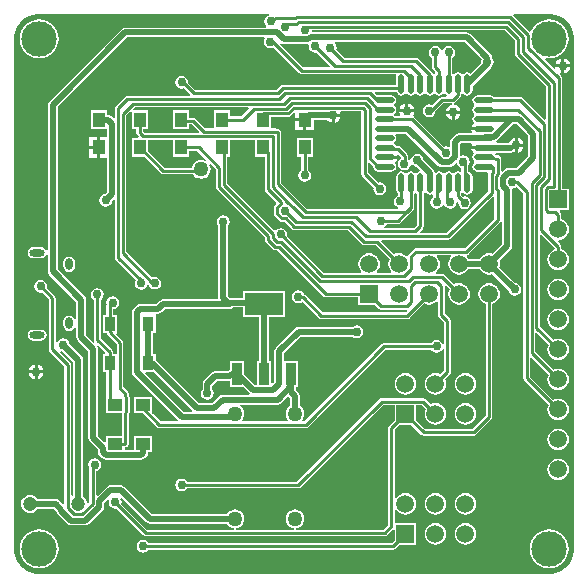
<source format=gbl>
G04 Layer_Physical_Order=2*
G04 Layer_Color=16711680*
%FSLAX24Y24*%
%MOIN*%
G70*
G01*
G75*
%ADD10R,0.0512X0.0413*%
%ADD16C,0.0100*%
%ADD17C,0.0200*%
%ADD18C,0.0472*%
%ADD19R,0.0591X0.0591*%
%ADD20C,0.0591*%
%ADD21C,0.1181*%
%ADD22C,0.0500*%
%ADD23R,0.0591X0.0591*%
G04:AMPARAMS|DCode=24|XSize=23.6mil|YSize=51.2mil|CornerRadius=11.8mil|HoleSize=0mil|Usage=FLASHONLY|Rotation=270.000|XOffset=0mil|YOffset=0mil|HoleType=Round|Shape=RoundedRectangle|*
%AMROUNDEDRECTD24*
21,1,0.0236,0.0276,0,0,270.0*
21,1,0.0000,0.0512,0,0,270.0*
1,1,0.0236,-0.0138,0.0000*
1,1,0.0236,-0.0138,0.0000*
1,1,0.0236,0.0138,0.0000*
1,1,0.0236,0.0138,0.0000*
%
%ADD24ROUNDEDRECTD24*%
G04:AMPARAMS|DCode=25|XSize=27.6mil|YSize=39.4mil|CornerRadius=13.8mil|HoleSize=0mil|Usage=FLASHONLY|Rotation=0.000|XOffset=0mil|YOffset=0mil|HoleType=Round|Shape=RoundedRectangle|*
%AMROUNDEDRECTD25*
21,1,0.0276,0.0118,0,0,0.0*
21,1,0.0000,0.0394,0,0,0.0*
1,1,0.0276,0.0000,-0.0059*
1,1,0.0276,0.0000,-0.0059*
1,1,0.0276,0.0000,0.0059*
1,1,0.0276,0.0000,0.0059*
%
%ADD25ROUNDEDRECTD25*%
%ADD26C,0.0300*%
%ADD27R,0.0358X0.0480*%
%ADD28R,0.0413X0.0512*%
%ADD29R,0.1260X0.0748*%
%ADD30R,0.0354X0.0748*%
%ADD31O,0.0217X0.0650*%
%ADD32O,0.0650X0.0217*%
G36*
X14306Y13775D02*
X14359Y13739D01*
X14422Y13727D01*
X14678D01*
X14741Y13739D01*
X14794Y13775D01*
X14882Y13863D01*
X14936Y13847D01*
X14942Y13818D01*
X14989Y13749D01*
X15058Y13702D01*
X15068Y13700D01*
Y13596D01*
X15018Y13570D01*
X14962Y13581D01*
X14897Y13568D01*
X14841Y13531D01*
X14830Y13514D01*
X14780D01*
X14769Y13531D01*
X14713Y13568D01*
X14647Y13581D01*
X14582Y13568D01*
X14526Y13531D01*
X14515Y13514D01*
X14465D01*
X14454Y13531D01*
X14398Y13568D01*
X14332Y13581D01*
X14267Y13568D01*
X14229Y13543D01*
X14178Y13559D01*
X14175Y13562D01*
X14168Y13595D01*
X14133Y13648D01*
X13810Y13971D01*
X13798Y14032D01*
X13751Y14101D01*
X13682Y14148D01*
X13600Y14164D01*
X13518Y14148D01*
X13449Y14101D01*
X13402Y14032D01*
X13392Y13982D01*
X13343Y13968D01*
X13312Y13996D01*
Y14088D01*
X13312Y14088D01*
X13304Y14131D01*
X13279Y14167D01*
X13279Y14167D01*
X13052Y14394D01*
X13016Y14418D01*
X12973Y14427D01*
X12973Y14427D01*
X12899D01*
X12896Y14440D01*
X12859Y14495D01*
X12842Y14506D01*
Y14556D01*
X12859Y14568D01*
X12896Y14623D01*
X12909Y14689D01*
X12896Y14755D01*
X12872Y14791D01*
X12897Y14841D01*
X13240D01*
X14306Y13775D01*
D02*
G37*
G36*
X15429Y14476D02*
X15416Y14455D01*
X15409Y14424D01*
X15828D01*
Y14324D01*
X15409D01*
X15416Y14293D01*
X15462Y14224D01*
X15491Y14205D01*
Y14180D01*
X15453Y14125D01*
X15440Y14059D01*
X15453Y13993D01*
X15491Y13938D01*
X15507Y13927D01*
Y13877D01*
X15491Y13865D01*
X15453Y13810D01*
X15440Y13744D01*
X15453Y13678D01*
X15491Y13623D01*
X15546Y13586D01*
X15612Y13573D01*
X15938D01*
X15944Y13569D01*
X15975Y13523D01*
X15971Y13504D01*
X15971Y13504D01*
Y12915D01*
X14589Y11532D01*
X13709D01*
X13689Y11578D01*
X13782Y11671D01*
X13782Y11671D01*
X13806Y11707D01*
X13815Y11750D01*
Y12849D01*
X13824Y12855D01*
X13835Y12872D01*
X13885D01*
X13896Y12855D01*
X13952Y12818D01*
X14017Y12805D01*
X14083Y12818D01*
X14094Y12825D01*
X14138Y12801D01*
Y12728D01*
X14099Y12701D01*
X14052Y12632D01*
X14036Y12550D01*
X14052Y12468D01*
X14099Y12399D01*
X14168Y12352D01*
X14250Y12336D01*
X14332Y12352D01*
X14401Y12399D01*
X14448Y12468D01*
X14450Y12477D01*
X14500D01*
X14502Y12468D01*
X14549Y12399D01*
X14618Y12352D01*
X14700Y12336D01*
X14782Y12352D01*
X14851Y12399D01*
X14898Y12468D01*
X14912Y12540D01*
X14942Y12559D01*
X14962Y12566D01*
X14970Y12560D01*
X14966Y12540D01*
X14982Y12458D01*
X15029Y12389D01*
X15098Y12342D01*
X15180Y12326D01*
X15262Y12342D01*
X15331Y12389D01*
X15378Y12458D01*
X15394Y12540D01*
X15378Y12622D01*
X15331Y12691D01*
X15262Y12738D01*
X15180Y12754D01*
X15134Y12745D01*
X15076Y12802D01*
X15079Y12852D01*
X15084Y12855D01*
X15095Y12872D01*
X15145D01*
X15156Y12855D01*
X15212Y12818D01*
X15277Y12805D01*
X15343Y12818D01*
X15399Y12855D01*
X15436Y12911D01*
X15449Y12976D01*
Y13409D01*
X15436Y13475D01*
X15399Y13531D01*
X15343Y13568D01*
X15293Y13578D01*
Y13751D01*
X15338Y13818D01*
X15354Y13900D01*
X15338Y13982D01*
X15291Y14051D01*
X15222Y14098D01*
X15140Y14114D01*
X15073Y14101D01*
X15023Y14130D01*
Y14492D01*
X15057Y14526D01*
X15403D01*
X15429Y14476D01*
D02*
G37*
G36*
X13564Y12857D02*
X13590Y12830D01*
Y11796D01*
X13486Y11692D01*
X12492D01*
X12487Y11742D01*
X12487Y11742D01*
X12556Y11789D01*
X12583Y11828D01*
X12950D01*
X12950Y11828D01*
X12993Y11836D01*
X13029Y11861D01*
X13283Y12114D01*
X13293Y12116D01*
X13329Y12141D01*
X13479Y12291D01*
X13504Y12327D01*
X13512Y12370D01*
X13512Y12370D01*
Y12841D01*
X13558Y12857D01*
X13564Y12857D01*
D02*
G37*
G36*
X11741Y15593D02*
Y13856D01*
X11740Y13850D01*
X11740Y13850D01*
Y13505D01*
X11740Y13505D01*
X11749Y13462D01*
X11773Y13425D01*
X12154Y13045D01*
X12144Y12998D01*
X12161Y12916D01*
X12207Y12847D01*
X12276Y12801D01*
X12358Y12784D01*
X12440Y12801D01*
X12510Y12847D01*
X12556Y12916D01*
X12573Y12998D01*
X12556Y13080D01*
X12510Y13150D01*
X12440Y13196D01*
X12358Y13213D01*
X12312Y13203D01*
X11964Y13551D01*
Y13846D01*
X11966Y13851D01*
X11966Y13851D01*
Y13860D01*
X12012Y13880D01*
X12136Y13756D01*
X12133Y13744D01*
X12146Y13678D01*
X12183Y13623D01*
X12239Y13586D01*
X12305Y13573D01*
X12738D01*
X12804Y13586D01*
X12859Y13623D01*
X12896Y13678D01*
X12909Y13744D01*
X12896Y13810D01*
X12859Y13865D01*
Y13890D01*
X12888Y13909D01*
X12934Y13978D01*
X12940Y14009D01*
X12521D01*
Y14109D01*
X12940D01*
X12938Y14121D01*
X12984Y14145D01*
X13060Y14069D01*
X13054Y14005D01*
X13019Y13981D01*
X12972Y13912D01*
X12956Y13830D01*
X12972Y13748D01*
X13019Y13679D01*
X13088Y13632D01*
X13170Y13616D01*
X13252Y13632D01*
X13321Y13679D01*
X13368Y13748D01*
X13380Y13811D01*
X13433Y13822D01*
X13449Y13799D01*
X13518Y13752D01*
X13579Y13740D01*
X13690Y13629D01*
X13673Y13575D01*
X13637Y13568D01*
X13581Y13531D01*
X13570Y13514D01*
X13520D01*
X13509Y13531D01*
X13453Y13568D01*
X13387Y13581D01*
X13322Y13568D01*
X13266Y13531D01*
X13255Y13514D01*
X13205D01*
X13194Y13531D01*
X13138Y13568D01*
X13073Y13581D01*
X13007Y13568D01*
X12951Y13531D01*
X12914Y13475D01*
X12901Y13409D01*
Y12976D01*
X12914Y12911D01*
X12951Y12855D01*
X12960Y12849D01*
Y12778D01*
X12958Y12778D01*
X12889Y12731D01*
X12842Y12662D01*
X12826Y12580D01*
X12842Y12498D01*
X12889Y12429D01*
X12958Y12382D01*
X12958Y12382D01*
X12953Y12332D01*
X9926D01*
X9065Y13194D01*
Y14897D01*
X9056Y14940D01*
X9032Y14976D01*
X8996Y15001D01*
X8953Y15009D01*
X8895D01*
X8889Y15013D01*
X8846Y15022D01*
X8846Y15022D01*
X8743D01*
Y15403D01*
X9285D01*
X9285Y15403D01*
X9328Y15411D01*
X9365Y15436D01*
X9493Y15564D01*
X9543Y15544D01*
Y15359D01*
X9850D01*
Y15309D01*
X9900D01*
Y14953D01*
X10157D01*
Y15287D01*
X10608D01*
X10620Y15270D01*
X10702Y15215D01*
X10750Y15205D01*
Y15450D01*
X10800D01*
Y15500D01*
X11045D01*
X11035Y15548D01*
X11031Y15554D01*
X11055Y15598D01*
X11736D01*
X11741Y15593D01*
D02*
G37*
G36*
X17307Y14768D02*
Y14088D01*
X16915Y13695D01*
X16635D01*
X16572Y13683D01*
X16519Y13647D01*
X16448Y13576D01*
X16402Y13596D01*
Y14009D01*
X16399Y14025D01*
X16398Y14041D01*
X16395Y14046D01*
X16394Y14052D01*
X16385Y14065D01*
X16377Y14079D01*
X16373Y14083D01*
X16369Y14088D01*
X16356Y14097D01*
X16344Y14107D01*
X16338Y14109D01*
X16333Y14113D01*
X16317Y14116D01*
X16302Y14121D01*
X16214Y14130D01*
X16194Y14165D01*
X16218Y14211D01*
X16724D01*
X16786Y14223D01*
X16788Y14224D01*
X16802Y14215D01*
X16850Y14205D01*
Y14450D01*
Y14695D01*
X16802Y14685D01*
X16720Y14630D01*
X16665Y14548D01*
X16662Y14537D01*
X16250D01*
X16221Y14583D01*
X16222Y14587D01*
X16271Y14620D01*
X16807Y15156D01*
X16919D01*
X17307Y14768D01*
D02*
G37*
G36*
X5461Y14068D02*
X5995D01*
Y14272D01*
X6270D01*
X6574Y13968D01*
X6545Y13925D01*
X6481Y13952D01*
X6400Y13963D01*
X6319Y13952D01*
X6244Y13921D01*
X6179Y13871D01*
X6129Y13806D01*
X6098Y13731D01*
X6096Y13712D01*
X5184D01*
X4621Y14276D01*
Y14638D01*
X5461D01*
Y14068D01*
D02*
G37*
G36*
X16178Y12734D02*
Y12009D01*
X15191Y11022D01*
X13565D01*
X13565Y11022D01*
X13522Y11014D01*
X13486Y10989D01*
X13486Y10989D01*
X13326Y10829D01*
X13302Y10793D01*
X13298Y10777D01*
X13279Y10767D01*
X13244Y10760D01*
X13179Y10810D01*
X13093Y10846D01*
X13000Y10858D01*
X12907Y10846D01*
X12840Y10818D01*
X12397Y11262D01*
X12416Y11308D01*
X14635D01*
X14635Y11308D01*
X14678Y11316D01*
X14714Y11341D01*
X16128Y12754D01*
X16178Y12734D01*
D02*
G37*
G36*
X6106Y5613D02*
X6085Y5563D01*
X5818D01*
X4532Y6849D01*
X4551Y6895D01*
X4824D01*
X6106Y5613D01*
D02*
G37*
G36*
X9364Y6032D02*
Y5766D01*
X9306Y5721D01*
X9257Y5656D01*
X9226Y5581D01*
X9215Y5500D01*
X9226Y5419D01*
X9257Y5344D01*
X9289Y5302D01*
X9264Y5252D01*
X7791D01*
X7766Y5302D01*
X7798Y5344D01*
X7830Y5419D01*
X7840Y5500D01*
X7830Y5581D01*
X7798Y5656D01*
X7749Y5721D01*
X7695Y5762D01*
X7708Y5812D01*
X7708Y5812D01*
X8955D01*
X9018Y5825D01*
X9071Y5860D01*
X9304Y6093D01*
X9364Y6032D01*
D02*
G37*
G36*
X3202Y7546D02*
X3181Y7496D01*
X3117D01*
Y6895D01*
X3244D01*
Y6067D01*
X3221D01*
Y5533D01*
X3751D01*
X3763Y5519D01*
X3763Y5519D01*
Y4767D01*
X3221D01*
Y4575D01*
X3175Y4555D01*
X2963Y4768D01*
Y7650D01*
X2951Y7712D01*
X2923Y7754D01*
X2962Y7786D01*
X3202Y7546D01*
D02*
G37*
G36*
X16437Y11900D02*
Y11168D01*
X16109Y10839D01*
X16093Y10846D01*
X16000Y10858D01*
X15907Y10846D01*
X15821Y10810D01*
X15747Y10753D01*
X15690Y10679D01*
X15683Y10663D01*
X15317D01*
X15310Y10679D01*
X15256Y10750D01*
X15257Y10765D01*
X15269Y10804D01*
X15280Y10806D01*
X15317Y10831D01*
X16369Y11883D01*
X16369Y11883D01*
X16387Y11910D01*
X16437Y11900D01*
D02*
G37*
G36*
X8209Y14068D02*
X8521D01*
Y12982D01*
X8521Y12982D01*
X8529Y12939D01*
X8553Y12903D01*
X8903Y12554D01*
Y12504D01*
X8861Y12462D01*
X8836Y12426D01*
X8828Y12383D01*
X8828Y12383D01*
Y12167D01*
X8828Y12167D01*
X8836Y12124D01*
X8861Y12088D01*
X9013Y11936D01*
X9013Y11936D01*
X9049Y11911D01*
X9092Y11903D01*
X9092Y11903D01*
X9187D01*
X9430Y11661D01*
X9430Y11661D01*
X9466Y11636D01*
X9509Y11628D01*
X9509Y11628D01*
X11292D01*
X11756Y11165D01*
X11756Y11165D01*
X11792Y11140D01*
X11835Y11132D01*
X12210D01*
X12682Y10660D01*
X12654Y10593D01*
X12642Y10500D01*
X12654Y10407D01*
X12690Y10321D01*
X12739Y10257D01*
X12723Y10207D01*
X12277D01*
X12261Y10257D01*
X12310Y10321D01*
X12346Y10407D01*
X12358Y10500D01*
X12346Y10593D01*
X12310Y10679D01*
X12253Y10753D01*
X12179Y10810D01*
X12093Y10846D01*
X12000Y10858D01*
X11907Y10846D01*
X11821Y10810D01*
X11747Y10753D01*
X11690Y10679D01*
X11654Y10593D01*
X11642Y10500D01*
X11654Y10407D01*
X11690Y10321D01*
X11739Y10257D01*
X11723Y10207D01*
X10482D01*
X9255Y11434D01*
X9264Y11480D01*
X9248Y11562D01*
X9201Y11631D01*
X9132Y11678D01*
X9050Y11694D01*
X8968Y11678D01*
X8899Y11631D01*
X8890Y11619D01*
X8841Y11614D01*
X7272Y13183D01*
Y14068D01*
X7369D01*
Y14638D01*
X8209D01*
Y14068D01*
D02*
G37*
G36*
X7810Y8727D02*
X8337D01*
Y7273D01*
X8263D01*
Y6468D01*
X8196D01*
X7832Y6832D01*
Y7273D01*
X7357D01*
Y6974D01*
X7328Y6954D01*
X7287Y6913D01*
X6850D01*
X6788Y6901D01*
X6735Y6865D01*
X6495Y6625D01*
X6459Y6572D01*
X6447Y6510D01*
Y6324D01*
X6412Y6272D01*
X6396Y6190D01*
X6412Y6108D01*
X6459Y6039D01*
X6528Y5992D01*
X6610Y5976D01*
X6692Y5992D01*
X6761Y6039D01*
X6808Y6108D01*
X6824Y6190D01*
X6808Y6272D01*
X6773Y6324D01*
Y6442D01*
X6918Y6587D01*
X7354D01*
X7357Y6585D01*
Y6405D01*
X7798D01*
X8013Y6189D01*
X8014Y6189D01*
X7999Y6139D01*
X7118D01*
X7055Y6126D01*
X7003Y6091D01*
X6775Y5863D01*
X6318D01*
X4883Y7298D01*
Y7496D01*
X4807D01*
Y8195D01*
X4883D01*
Y8796D01*
X4904Y8837D01*
X4970D01*
X5032Y8849D01*
X5085Y8885D01*
X5199Y8998D01*
X7354D01*
X7416Y9011D01*
X7469Y9046D01*
X7470Y9048D01*
X7810D01*
Y8727D01*
D02*
G37*
G36*
X7993Y15677D02*
X7738Y15421D01*
X7369D01*
Y15625D01*
X6835D01*
Y15022D01*
X6532D01*
X6214Y15339D01*
X6178Y15364D01*
X6135Y15372D01*
X6135Y15372D01*
X5995D01*
Y15625D01*
X5461D01*
Y14993D01*
X5995D01*
Y15148D01*
X6089D01*
X6328Y14908D01*
X6309Y14862D01*
X4526D01*
X4466Y14921D01*
Y14993D01*
X4621D01*
Y15625D01*
X4154D01*
X4135Y15671D01*
X4186Y15723D01*
X7974D01*
X7993Y15677D01*
D02*
G37*
G36*
X9095Y17839D02*
X9157Y17827D01*
X9950D01*
X9992Y17783D01*
X9986Y17750D01*
X10002Y17668D01*
X10049Y17599D01*
X10118Y17552D01*
X10200Y17536D01*
X10246Y17545D01*
X10698Y17093D01*
X10679Y17047D01*
X9803D01*
X9023Y17827D01*
X9055Y17866D01*
X9095Y17839D01*
D02*
G37*
G36*
X18078Y18833D02*
X18243Y18800D01*
X18394Y18737D01*
X18530Y18646D01*
X18646Y18530D01*
X18737Y18394D01*
X18800Y18243D01*
X18833Y18078D01*
X18837Y17996D01*
Y1004D01*
X18833Y922D01*
X18800Y757D01*
X18737Y606D01*
X18646Y470D01*
X18530Y354D01*
X18394Y263D01*
X18243Y200D01*
X18078Y167D01*
X17996Y163D01*
X1004D01*
X922Y167D01*
X757Y200D01*
X606Y263D01*
X470Y354D01*
X354Y470D01*
X263Y606D01*
X200Y757D01*
X167Y922D01*
X163Y1004D01*
Y17996D01*
X167Y18078D01*
X200Y18243D01*
X263Y18394D01*
X354Y18530D01*
X470Y18646D01*
X606Y18737D01*
X757Y18800D01*
X922Y18833D01*
X1004Y18837D01*
X8679D01*
X8684Y18787D01*
X8638Y18778D01*
X8569Y18731D01*
X8522Y18662D01*
X8506Y18580D01*
X8522Y18498D01*
X8569Y18429D01*
X8569Y18428D01*
X8554Y18378D01*
X3875D01*
X3812Y18366D01*
X3760Y18330D01*
X1335Y15905D01*
X1299Y15852D01*
X1287Y15790D01*
Y10964D01*
X1277Y10960D01*
X1237Y10956D01*
X1203Y11006D01*
X1144Y11046D01*
X1075Y11060D01*
X799D01*
X730Y11046D01*
X671Y11006D01*
X631Y10947D01*
X618Y10878D01*
X631Y10808D01*
X671Y10750D01*
X730Y10710D01*
X799Y10696D01*
X1075D01*
X1144Y10710D01*
X1203Y10750D01*
X1237Y10800D01*
X1277Y10795D01*
X1287Y10792D01*
Y10250D01*
X1299Y10188D01*
X1335Y10135D01*
X2237Y9232D01*
Y8654D01*
X2187Y8649D01*
X2186Y8652D01*
X2143Y8717D01*
X2077Y8761D01*
X2000Y8776D01*
X1923Y8761D01*
X1857Y8717D01*
X1814Y8652D01*
X1798Y8575D01*
Y8457D01*
X1814Y8380D01*
X1857Y8314D01*
X1923Y8270D01*
X2000Y8255D01*
X2077Y8270D01*
X2143Y8314D01*
X2186Y8380D01*
X2187Y8382D01*
X2237Y8377D01*
Y8050D01*
X2249Y7988D01*
X2285Y7935D01*
X2637Y7582D01*
Y4700D01*
X2649Y4638D01*
X2685Y4585D01*
X2958Y4311D01*
Y4227D01*
X2971Y4165D01*
X3006Y4112D01*
X3100Y4018D01*
X3153Y3983D01*
X3215Y3970D01*
X4406D01*
X4468Y3983D01*
X4521Y4018D01*
X4578Y4075D01*
X4613Y4128D01*
X4626Y4190D01*
Y4233D01*
X4779D01*
Y4767D01*
X4147D01*
Y4296D01*
X3853D01*
Y4388D01*
X3875D01*
X3918Y4396D01*
X3954Y4421D01*
X3979Y4457D01*
X3987Y4500D01*
Y5475D01*
X4007Y5505D01*
X4015Y5548D01*
X4015Y5548D01*
Y6052D01*
X4015Y6052D01*
X4007Y6095D01*
X3987Y6125D01*
Y6175D01*
X3979Y6218D01*
X3954Y6254D01*
X3954Y6254D01*
X3812Y6396D01*
Y7870D01*
X3804Y7913D01*
X3779Y7949D01*
X3779Y7949D01*
X3577Y8151D01*
X3595Y8195D01*
X3595D01*
Y8796D01*
X3468D01*
Y9000D01*
X3532Y9012D01*
X3601Y9059D01*
X3648Y9128D01*
X3664Y9210D01*
X3648Y9292D01*
X3601Y9361D01*
X3532Y9408D01*
X3450Y9424D01*
X3368Y9408D01*
X3299Y9361D01*
X3252Y9292D01*
X3236Y9210D01*
X3249Y9142D01*
X3244Y9116D01*
X3244Y9116D01*
Y8796D01*
X3117D01*
Y8195D01*
X3248D01*
X3253Y8171D01*
X3277Y8134D01*
X3588Y7824D01*
Y7496D01*
X3468D01*
Y7550D01*
X3460Y7593D01*
X3436Y7629D01*
X3436Y7629D01*
X3047Y8018D01*
Y9302D01*
X3086Y9329D01*
X3133Y9398D01*
X3149Y9480D01*
X3133Y9562D01*
X3086Y9631D01*
X3017Y9678D01*
X2935Y9694D01*
X2853Y9678D01*
X2784Y9631D01*
X2737Y9562D01*
X2721Y9480D01*
X2737Y9398D01*
X2784Y9329D01*
X2823Y9302D01*
Y7971D01*
X2823Y7971D01*
X2831Y7928D01*
X2848Y7903D01*
X2809Y7871D01*
X2563Y8118D01*
Y9300D01*
X2551Y9362D01*
X2515Y9415D01*
X1613Y10318D01*
Y15722D01*
X3942Y18052D01*
X8491D01*
X8515Y18008D01*
X8501Y17987D01*
X8484Y17905D01*
X8501Y17823D01*
X8547Y17753D01*
X8617Y17707D01*
X8699Y17691D01*
X8781Y17707D01*
X8808Y17725D01*
X9677Y16855D01*
X9677Y16855D01*
X9714Y16831D01*
X9757Y16823D01*
X9757Y16823D01*
X12885D01*
X12912Y16773D01*
X12901Y16717D01*
Y16462D01*
X9122D01*
X9122Y16462D01*
X9079Y16454D01*
X9042Y16429D01*
X8925Y16312D01*
X6196D01*
X5963Y16545D01*
X5964Y16550D01*
X5948Y16632D01*
X5901Y16701D01*
X5832Y16748D01*
X5750Y16764D01*
X5668Y16748D01*
X5599Y16701D01*
X5552Y16632D01*
X5536Y16550D01*
X5552Y16468D01*
X5599Y16399D01*
X5668Y16352D01*
X5750Y16336D01*
X5832Y16352D01*
X5836Y16355D01*
X6034Y16157D01*
X6014Y16107D01*
X3945D01*
X3945Y16107D01*
X3902Y16099D01*
X3866Y16074D01*
X3866Y16074D01*
X3561Y15769D01*
X3536Y15733D01*
X3528Y15690D01*
X3528Y15690D01*
Y15367D01*
X3482Y15348D01*
X3405Y15424D01*
X3352Y15460D01*
X3290Y15472D01*
X3247D01*
Y15625D01*
X2713D01*
Y14993D01*
X3247D01*
X3267Y14952D01*
Y14740D01*
X3030D01*
Y14384D01*
Y14028D01*
X3267D01*
Y12898D01*
X3199Y12830D01*
X3138Y12818D01*
X3069Y12771D01*
X3022Y12702D01*
X3006Y12620D01*
X3022Y12538D01*
X3069Y12469D01*
X3138Y12422D01*
X3220Y12406D01*
X3302Y12422D01*
X3371Y12469D01*
X3418Y12538D01*
X3430Y12599D01*
X3482Y12651D01*
X3528Y12632D01*
Y10710D01*
X3528Y10710D01*
X3536Y10667D01*
X3561Y10631D01*
X4225Y9966D01*
X4202Y9932D01*
X4186Y9850D01*
X4202Y9768D01*
X4249Y9699D01*
X4318Y9652D01*
X4400Y9636D01*
X4482Y9652D01*
X4551Y9699D01*
X4598Y9768D01*
X4600Y9782D01*
X4651D01*
X4652Y9778D01*
X4699Y9709D01*
X4768Y9662D01*
X4850Y9646D01*
X4932Y9662D01*
X5001Y9709D01*
X5048Y9778D01*
X5064Y9860D01*
X5048Y9942D01*
X5001Y10011D01*
X4932Y10058D01*
X4850Y10074D01*
X4768Y10058D01*
X4759Y10051D01*
X3912Y10898D01*
Y15449D01*
X4041Y15577D01*
X4087Y15558D01*
Y14993D01*
X4242D01*
Y14875D01*
X4242Y14875D01*
X4250Y14832D01*
X4275Y14796D01*
X4324Y14746D01*
X4305Y14700D01*
X4087D01*
Y14068D01*
X4511D01*
X5059Y13521D01*
X5059Y13521D01*
X5095Y13496D01*
X5138Y13488D01*
X6134D01*
X6179Y13429D01*
X6244Y13379D01*
X6319Y13348D01*
X6400Y13337D01*
X6481Y13348D01*
X6556Y13379D01*
X6621Y13429D01*
X6671Y13494D01*
X6702Y13569D01*
X6713Y13650D01*
X6702Y13731D01*
X6675Y13795D01*
X6718Y13824D01*
X6888Y13654D01*
Y13070D01*
X6888Y13070D01*
X6896Y13027D01*
X6921Y12991D01*
X8518Y11393D01*
Y11306D01*
X8518Y11306D01*
X8526Y11263D01*
X8551Y11227D01*
X8797Y10981D01*
X8797Y10981D01*
X8833Y10956D01*
X8876Y10948D01*
X8944D01*
X10471Y9421D01*
X10471Y9421D01*
X10507Y9396D01*
X10550Y9388D01*
X10550Y9388D01*
X11645D01*
Y9145D01*
X12197D01*
X12331Y9011D01*
X12331Y9011D01*
X12367Y8986D01*
X12410Y8978D01*
X12410Y8978D01*
X13249D01*
X13252Y8975D01*
X13273Y8931D01*
X13228Y8887D01*
X10452D01*
X9859Y9479D01*
X9824Y9503D01*
X9791Y9551D01*
X9722Y9598D01*
X9640Y9614D01*
X9558Y9598D01*
X9489Y9551D01*
X9442Y9482D01*
X9426Y9400D01*
X9442Y9318D01*
X9489Y9249D01*
X9558Y9202D01*
X9640Y9186D01*
X9722Y9202D01*
X9780Y9241D01*
X10326Y8695D01*
X10326Y8695D01*
X10362Y8671D01*
X10405Y8663D01*
X13275D01*
X13275Y8663D01*
X13318Y8671D01*
X13354Y8695D01*
X13840Y9182D01*
X13907Y9154D01*
X14000Y9142D01*
X14093Y9154D01*
X14179Y9190D01*
X14243Y9239D01*
X14293Y9223D01*
Y8805D01*
X14293Y8805D01*
X14302Y8762D01*
X14326Y8725D01*
X14498Y8554D01*
Y7837D01*
X14448Y7832D01*
X14448Y7832D01*
X14401Y7901D01*
X14332Y7948D01*
X14250Y7964D01*
X14168Y7948D01*
X14099Y7901D01*
X14072Y7862D01*
X12500D01*
X12457Y7854D01*
X12421Y7829D01*
X12421Y7829D01*
X9844Y5252D01*
X9791D01*
X9766Y5302D01*
X9798Y5344D01*
X9830Y5419D01*
X9840Y5500D01*
X9830Y5581D01*
X9798Y5656D01*
X9749Y5721D01*
X9691Y5766D01*
Y6100D01*
X9678Y6162D01*
X9643Y6215D01*
X9569Y6290D01*
Y6405D01*
X9643D01*
Y7273D01*
X9168D01*
X9163Y7320D01*
Y7517D01*
X9723Y8077D01*
X11456D01*
X11508Y8042D01*
X11590Y8026D01*
X11672Y8042D01*
X11741Y8089D01*
X11788Y8158D01*
X11804Y8240D01*
X11788Y8322D01*
X11741Y8391D01*
X11672Y8438D01*
X11590Y8454D01*
X11508Y8438D01*
X11456Y8403D01*
X9655D01*
X9593Y8391D01*
X9540Y8355D01*
X8885Y7700D01*
X8849Y7647D01*
X8837Y7585D01*
Y6568D01*
X8783Y6514D01*
X8737Y6533D01*
Y7273D01*
X8663D01*
Y8727D01*
X9190D01*
Y9595D01*
X7810D01*
Y9375D01*
X7371D01*
X7303Y9443D01*
Y11766D01*
X7338Y11818D01*
X7354Y11900D01*
X7338Y11982D01*
X7291Y12051D01*
X7222Y12098D01*
X7140Y12114D01*
X7058Y12098D01*
X6989Y12051D01*
X6942Y11982D01*
X6926Y11900D01*
X6942Y11818D01*
X6977Y11766D01*
Y9375D01*
X6979Y9363D01*
X6947Y9325D01*
X5131D01*
X5069Y9312D01*
X5016Y9277D01*
X4902Y9163D01*
X4362D01*
X4299Y9151D01*
X4247Y9115D01*
X4135Y9003D01*
X4099Y8951D01*
X4087Y8888D01*
Y6900D01*
X4099Y6838D01*
X4135Y6785D01*
X5617Y5302D01*
X5596Y5252D01*
X5056D01*
X4810Y5499D01*
X4779Y5533D01*
X4779D01*
X4779Y5533D01*
Y6067D01*
X4147D01*
Y5533D01*
X4458D01*
X4931Y5061D01*
X4931Y5061D01*
X4967Y5036D01*
X5010Y5028D01*
X5010Y5028D01*
X9890D01*
X9890Y5028D01*
X9933Y5036D01*
X9969Y5061D01*
X12546Y7638D01*
X14072D01*
X14099Y7599D01*
X14168Y7552D01*
X14250Y7536D01*
X14332Y7552D01*
X14401Y7599D01*
X14448Y7668D01*
X14448Y7668D01*
X14498Y7663D01*
Y6948D01*
X14368Y6818D01*
X14301Y6846D01*
X14208Y6858D01*
X14116Y6846D01*
X14029Y6810D01*
X13955Y6753D01*
X13898Y6679D01*
X13862Y6593D01*
X13850Y6500D01*
X13862Y6407D01*
X13898Y6321D01*
X13955Y6247D01*
X14029Y6190D01*
X14116Y6154D01*
X14208Y6142D01*
X14301Y6154D01*
X14387Y6190D01*
X14462Y6247D01*
X14519Y6321D01*
X14554Y6407D01*
X14567Y6500D01*
X14554Y6593D01*
X14527Y6660D01*
X14689Y6822D01*
X14689Y6822D01*
X14714Y6859D01*
X14722Y6902D01*
X14722Y6902D01*
Y8600D01*
X14722Y8600D01*
X14714Y8643D01*
X14689Y8679D01*
X14689Y8679D01*
X14517Y8851D01*
Y9750D01*
X14517Y9750D01*
X14517Y9754D01*
X14563Y9779D01*
X14682Y9660D01*
X14654Y9593D01*
X14642Y9500D01*
X14654Y9407D01*
X14690Y9321D01*
X14747Y9247D01*
X14821Y9190D01*
X14907Y9154D01*
X15000Y9142D01*
X15093Y9154D01*
X15179Y9190D01*
X15253Y9247D01*
X15310Y9321D01*
X15346Y9407D01*
X15358Y9500D01*
X15346Y9593D01*
X15310Y9679D01*
X15253Y9753D01*
X15179Y9810D01*
X15093Y9846D01*
X15000Y9858D01*
X14907Y9846D01*
X14840Y9818D01*
X14514Y10145D01*
X14478Y10169D01*
X14435Y10177D01*
X14435Y10177D01*
X14245D01*
X14228Y10227D01*
X14253Y10247D01*
X14310Y10321D01*
X14346Y10407D01*
X14358Y10500D01*
X14346Y10593D01*
X14310Y10679D01*
X14258Y10748D01*
X14269Y10798D01*
X14731D01*
X14742Y10748D01*
X14690Y10679D01*
X14654Y10593D01*
X14642Y10500D01*
X14654Y10407D01*
X14690Y10321D01*
X14747Y10247D01*
X14821Y10190D01*
X14907Y10154D01*
X15000Y10142D01*
X15093Y10154D01*
X15179Y10190D01*
X15253Y10247D01*
X15310Y10321D01*
X15317Y10337D01*
X15683D01*
X15690Y10321D01*
X15747Y10247D01*
X15821Y10190D01*
X15907Y10154D01*
X16000Y10142D01*
X16093Y10154D01*
X16109Y10161D01*
X16640Y9629D01*
X16652Y9568D01*
X16699Y9499D01*
X16768Y9452D01*
X16850Y9436D01*
X16932Y9452D01*
X17001Y9499D01*
X17048Y9568D01*
X17064Y9650D01*
X17048Y9732D01*
X17001Y9801D01*
X16932Y9848D01*
X16871Y9860D01*
X16339Y10391D01*
X16346Y10407D01*
X16358Y10500D01*
X16346Y10593D01*
X16339Y10609D01*
X16715Y10985D01*
X16751Y11038D01*
X16763Y11100D01*
Y12947D01*
X16760Y12960D01*
X16761Y12962D01*
X16800Y13015D01*
X16845Y13024D01*
X16914Y13071D01*
X17143Y12842D01*
Y6695D01*
X17143Y6695D01*
X17151Y6652D01*
X17175Y6616D01*
X17982Y5810D01*
X17954Y5743D01*
X17942Y5650D01*
X17954Y5557D01*
X17990Y5471D01*
X18047Y5397D01*
X18121Y5340D01*
X18207Y5304D01*
X18300Y5292D01*
X18393Y5304D01*
X18479Y5340D01*
X18553Y5397D01*
X18610Y5471D01*
X18646Y5557D01*
X18658Y5650D01*
X18646Y5743D01*
X18610Y5829D01*
X18553Y5903D01*
X18479Y5960D01*
X18393Y5996D01*
X18300Y6008D01*
X18207Y5996D01*
X18140Y5968D01*
X17367Y6742D01*
Y7359D01*
X17413Y7378D01*
X17982Y6810D01*
X17954Y6743D01*
X17942Y6650D01*
X17954Y6557D01*
X17990Y6471D01*
X18047Y6397D01*
X18121Y6340D01*
X18207Y6304D01*
X18300Y6292D01*
X18393Y6304D01*
X18479Y6340D01*
X18553Y6397D01*
X18610Y6471D01*
X18646Y6557D01*
X18658Y6650D01*
X18646Y6743D01*
X18610Y6829D01*
X18553Y6903D01*
X18479Y6960D01*
X18393Y6996D01*
X18300Y7008D01*
X18207Y6996D01*
X18140Y6968D01*
X17527Y7582D01*
Y8199D01*
X17573Y8218D01*
X17982Y7810D01*
X17954Y7743D01*
X17942Y7650D01*
X17954Y7557D01*
X17990Y7471D01*
X18047Y7397D01*
X18121Y7340D01*
X18207Y7304D01*
X18300Y7292D01*
X18393Y7304D01*
X18479Y7340D01*
X18553Y7397D01*
X18610Y7471D01*
X18646Y7557D01*
X18658Y7650D01*
X18646Y7743D01*
X18610Y7829D01*
X18553Y7903D01*
X18479Y7960D01*
X18393Y7996D01*
X18300Y8008D01*
X18207Y7996D01*
X18140Y7968D01*
X17687Y8422D01*
Y11466D01*
X17733Y11485D01*
X18184Y11034D01*
X18179Y10984D01*
X18121Y10960D01*
X18047Y10903D01*
X17990Y10829D01*
X17954Y10743D01*
X17942Y10650D01*
X17954Y10557D01*
X17990Y10471D01*
X18047Y10397D01*
X18121Y10340D01*
X18207Y10304D01*
X18300Y10292D01*
X18393Y10304D01*
X18479Y10340D01*
X18553Y10397D01*
X18610Y10471D01*
X18646Y10557D01*
X18658Y10650D01*
X18646Y10743D01*
X18610Y10829D01*
X18553Y10903D01*
X18479Y10960D01*
X18412Y10988D01*
Y11077D01*
X18412Y11077D01*
X18404Y11120D01*
X18379Y11156D01*
X18289Y11247D01*
X18313Y11293D01*
X18393Y11304D01*
X18479Y11340D01*
X18553Y11397D01*
X18610Y11471D01*
X18646Y11557D01*
X18658Y11650D01*
X18646Y11743D01*
X18610Y11829D01*
X18553Y11903D01*
X18479Y11960D01*
X18412Y11988D01*
Y12138D01*
X18412Y12138D01*
X18404Y12181D01*
X18379Y12218D01*
X18379Y12218D01*
X18348Y12249D01*
X18368Y12295D01*
X18655D01*
Y13005D01*
X18432D01*
Y16689D01*
X18432Y16689D01*
X18424Y16732D01*
X18399Y16769D01*
X18355Y16813D01*
X18379Y16859D01*
X18400Y16855D01*
Y17050D01*
X18205D01*
X18209Y17029D01*
X18163Y17005D01*
X17849Y17319D01*
X17849Y17319D01*
X17881Y17358D01*
X18000Y17346D01*
X18128Y17359D01*
X18250Y17396D01*
X18363Y17456D01*
X18462Y17538D01*
X18544Y17637D01*
X18604Y17750D01*
X18641Y17872D01*
X18654Y18000D01*
X18641Y18128D01*
X18604Y18250D01*
X18544Y18363D01*
X18462Y18462D01*
X18363Y18544D01*
X18250Y18604D01*
X18128Y18641D01*
X18000Y18654D01*
X17872Y18641D01*
X17750Y18604D01*
X17637Y18544D01*
X17538Y18462D01*
X17456Y18363D01*
X17399Y18256D01*
X17378Y18248D01*
X17342Y18243D01*
X16797Y18787D01*
X16815Y18836D01*
X16815Y18837D01*
X17996D01*
X18078Y18833D01*
D02*
G37*
G36*
X16867Y17947D02*
Y17494D01*
X16867Y17494D01*
X16876Y17451D01*
X16900Y17415D01*
X17888Y16427D01*
Y15330D01*
X17842Y15311D01*
X17125Y16028D01*
X17088Y16052D01*
X17045Y16061D01*
X17045Y16061D01*
X16172D01*
X16166Y16070D01*
X16111Y16107D01*
X16045Y16120D01*
X15997D01*
X15963Y16144D01*
X15920Y16152D01*
X15877Y16144D01*
X15842Y16120D01*
X15612D01*
X15546Y16107D01*
X15491Y16070D01*
X15453Y16014D01*
X15440Y15949D01*
X15453Y15883D01*
X15491Y15828D01*
X15507Y15816D01*
Y15766D01*
X15491Y15755D01*
X15453Y15700D01*
X15440Y15634D01*
X15453Y15568D01*
X15491Y15513D01*
X15507Y15501D01*
Y15451D01*
X15491Y15440D01*
X15453Y15385D01*
X15440Y15319D01*
X15453Y15253D01*
X15491Y15198D01*
Y15173D01*
X15462Y15154D01*
X15416Y15085D01*
X15409Y15054D01*
X15828D01*
Y14954D01*
X15409D01*
X15416Y14923D01*
X15429Y14902D01*
X15403Y14852D01*
X14989D01*
X14927Y14840D01*
X14874Y14804D01*
X14745Y14675D01*
X14709Y14622D01*
X14697Y14560D01*
Y14407D01*
X14653Y14384D01*
X14632Y14398D01*
X14550Y14414D01*
X14504Y14405D01*
X13510Y15398D01*
X13487Y15414D01*
X13465Y15471D01*
X13485Y15502D01*
X13495Y15550D01*
X13005D01*
X13015Y15502D01*
X13033Y15475D01*
X13009Y15431D01*
X12865D01*
X12859Y15440D01*
X12842Y15451D01*
Y15501D01*
X12859Y15513D01*
X12896Y15568D01*
X12909Y15634D01*
X12896Y15700D01*
X12859Y15755D01*
X12842Y15766D01*
Y15816D01*
X12859Y15828D01*
X12896Y15883D01*
X12909Y15949D01*
X12896Y16014D01*
X12859Y16070D01*
X12804Y16107D01*
X12738Y16120D01*
X12305D01*
X12271Y16114D01*
X12193Y16192D01*
X12212Y16238D01*
X12910D01*
X12914Y16218D01*
X12951Y16162D01*
X13007Y16125D01*
X13073Y16112D01*
X13138Y16125D01*
X13194Y16162D01*
X13205Y16179D01*
X13255D01*
X13266Y16162D01*
X13322Y16125D01*
X13387Y16112D01*
X13453Y16125D01*
X13509Y16162D01*
X13520Y16179D01*
X13570D01*
X13581Y16162D01*
X13637Y16125D01*
X13702Y16112D01*
X13768Y16125D01*
X13824Y16162D01*
X13835Y16179D01*
X13885D01*
X13896Y16162D01*
X13952Y16125D01*
X14017Y16112D01*
X14083Y16125D01*
X14139Y16162D01*
X14150Y16179D01*
X14200D01*
X14211Y16162D01*
X14267Y16125D01*
X14332Y16112D01*
X14398Y16125D01*
X14454Y16162D01*
X14465Y16179D01*
X14515D01*
X14526Y16162D01*
X14582Y16125D01*
X14582Y16125D01*
X14577Y16075D01*
X14433D01*
X14433Y16075D01*
X14390Y16066D01*
X14353Y16042D01*
X14353Y16042D01*
X14098Y15787D01*
X14082Y15798D01*
X14000Y15814D01*
X13918Y15798D01*
X13849Y15751D01*
X13802Y15682D01*
X13786Y15600D01*
X13802Y15518D01*
X13849Y15449D01*
X13918Y15402D01*
X14000Y15386D01*
X14082Y15402D01*
X14151Y15449D01*
X14198Y15518D01*
X14211Y15582D01*
X14479Y15851D01*
X14763D01*
X14773Y15851D01*
X14778Y15801D01*
X14765Y15798D01*
X14702Y15785D01*
X14620Y15730D01*
X14564Y15648D01*
X14555Y15600D01*
X15045D01*
X15036Y15648D01*
X14980Y15730D01*
X14898Y15785D01*
X14826Y15800D01*
X14813Y15802D01*
Y15853D01*
X14823Y15855D01*
X14843Y15859D01*
X14879Y15883D01*
X15042Y16046D01*
X15042Y16046D01*
X15066Y16082D01*
X15074Y16125D01*
X15074Y16125D01*
Y16156D01*
X15084Y16162D01*
X15095Y16179D01*
X15145D01*
X15156Y16162D01*
X15212Y16125D01*
X15277Y16112D01*
X15343Y16125D01*
X15399Y16162D01*
X15436Y16218D01*
X15449Y16283D01*
Y16441D01*
X16053Y17045D01*
X16064Y17061D01*
X16089Y17078D01*
X16136Y17147D01*
X16152Y17229D01*
X16136Y17311D01*
X16101Y17363D01*
Y17372D01*
X16089Y17435D01*
X16053Y17488D01*
X15365Y18175D01*
X15312Y18211D01*
X15250Y18223D01*
X10125D01*
X10093Y18273D01*
X10100Y18288D01*
X16527D01*
X16867Y17947D01*
D02*
G37*
G36*
X15751Y17328D02*
X15740Y17311D01*
X15724Y17229D01*
X15732Y17186D01*
X15390Y16844D01*
X15343Y16875D01*
X15277Y16888D01*
X15212Y16875D01*
X15156Y16838D01*
X15145Y16821D01*
X15095D01*
X15084Y16838D01*
X15028Y16875D01*
X14962Y16888D01*
X14897Y16875D01*
X14841Y16838D01*
X14786Y16839D01*
X14762Y16864D01*
Y17372D01*
X14801Y17399D01*
X14848Y17468D01*
X14864Y17550D01*
X14848Y17632D01*
X14801Y17701D01*
X14732Y17748D01*
X14650Y17764D01*
X14568Y17748D01*
X14499Y17701D01*
X14452Y17632D01*
X14450Y17623D01*
X14400D01*
X14398Y17632D01*
X14351Y17701D01*
X14282Y17748D01*
X14200Y17764D01*
X14118Y17748D01*
X14049Y17701D01*
X14002Y17632D01*
X13986Y17550D01*
X14002Y17468D01*
X14049Y17399D01*
X14088Y17372D01*
Y17062D01*
X14088Y17062D01*
X14096Y17019D01*
X14121Y16983D01*
X14211Y16892D01*
X14212Y16866D01*
X14192Y16845D01*
X14139Y16838D01*
X14122Y16849D01*
X14121Y16852D01*
X14097Y16888D01*
X14097Y16888D01*
X13646Y17339D01*
X13609Y17364D01*
X13566Y17372D01*
X13566Y17372D01*
X11186D01*
X10905Y17654D01*
X10914Y17700D01*
X10898Y17782D01*
X10854Y17847D01*
X10867Y17897D01*
X15182D01*
X15751Y17328D01*
D02*
G37*
%LPC*%
G36*
X11045Y15400D02*
X10850D01*
Y15205D01*
X10898Y15215D01*
X10980Y15270D01*
X11035Y15352D01*
X11045Y15400D01*
D02*
G37*
G36*
X9800Y15259D02*
X9543D01*
Y14953D01*
X9800D01*
Y15259D01*
D02*
G37*
G36*
X10117Y14700D02*
X9583D01*
Y14068D01*
X9738D01*
Y13628D01*
X9699Y13601D01*
X9652Y13532D01*
X9636Y13450D01*
X9652Y13368D01*
X9699Y13299D01*
X9768Y13252D01*
X9850Y13236D01*
X9932Y13252D01*
X10001Y13299D01*
X10048Y13368D01*
X10064Y13450D01*
X10048Y13532D01*
X10001Y13601D01*
X9962Y13628D01*
Y14068D01*
X10117D01*
Y14700D01*
D02*
G37*
G36*
X17145Y14400D02*
X16950D01*
Y14205D01*
X16998Y14215D01*
X17080Y14270D01*
X17135Y14352D01*
X17145Y14400D01*
D02*
G37*
G36*
X16950Y14695D02*
Y14500D01*
X17145D01*
X17135Y14548D01*
X17080Y14630D01*
X16998Y14685D01*
X16950Y14695D01*
D02*
G37*
G36*
X18400Y17345D02*
X18352Y17335D01*
X18270Y17280D01*
X18214Y17198D01*
X18205Y17150D01*
X18400D01*
Y17345D01*
D02*
G37*
G36*
X850Y6850D02*
X655D01*
X665Y6802D01*
X720Y6720D01*
X802Y6665D01*
X850Y6655D01*
Y6850D01*
D02*
G37*
G36*
X1145D02*
X950D01*
Y6655D01*
X998Y6665D01*
X1080Y6720D01*
X1135Y6802D01*
X1145Y6850D01*
D02*
G37*
G36*
X15208Y6858D02*
X15116Y6846D01*
X15029Y6810D01*
X14955Y6753D01*
X14898Y6679D01*
X14862Y6593D01*
X14850Y6500D01*
X14862Y6407D01*
X14898Y6321D01*
X14955Y6247D01*
X15029Y6190D01*
X15116Y6154D01*
X15208Y6142D01*
X15301Y6154D01*
X15387Y6190D01*
X15462Y6247D01*
X15519Y6321D01*
X15554Y6407D01*
X15567Y6500D01*
X15554Y6593D01*
X15519Y6679D01*
X15462Y6753D01*
X15387Y6810D01*
X15301Y6846D01*
X15208Y6858D01*
D02*
G37*
G36*
X13208D02*
X13116Y6846D01*
X13029Y6810D01*
X12955Y6753D01*
X12898Y6679D01*
X12862Y6593D01*
X12850Y6500D01*
X12862Y6407D01*
X12898Y6321D01*
X12955Y6247D01*
X13029Y6190D01*
X13116Y6154D01*
X13208Y6142D01*
X13301Y6154D01*
X13387Y6190D01*
X13462Y6247D01*
X13519Y6321D01*
X13554Y6407D01*
X13567Y6500D01*
X13554Y6593D01*
X13519Y6679D01*
X13462Y6753D01*
X13387Y6810D01*
X13301Y6846D01*
X13208Y6858D01*
D02*
G37*
G36*
X18500Y17345D02*
Y17150D01*
X18695D01*
X18685Y17198D01*
X18630Y17280D01*
X18548Y17335D01*
X18500Y17345D01*
D02*
G37*
G36*
X1000Y18654D02*
X872Y18641D01*
X750Y18604D01*
X637Y18544D01*
X538Y18462D01*
X456Y18363D01*
X396Y18250D01*
X359Y18128D01*
X346Y18000D01*
X359Y17872D01*
X396Y17750D01*
X456Y17637D01*
X538Y17538D01*
X637Y17456D01*
X750Y17396D01*
X872Y17359D01*
X1000Y17346D01*
X1128Y17359D01*
X1250Y17396D01*
X1363Y17456D01*
X1462Y17538D01*
X1544Y17637D01*
X1604Y17750D01*
X1641Y17872D01*
X1654Y18000D01*
X1641Y18128D01*
X1604Y18250D01*
X1544Y18363D01*
X1462Y18462D01*
X1363Y18544D01*
X1250Y18604D01*
X1128Y18641D01*
X1000Y18654D01*
D02*
G37*
G36*
X15208Y1858D02*
X15116Y1846D01*
X15029Y1810D01*
X14955Y1753D01*
X14898Y1679D01*
X14862Y1593D01*
X14850Y1500D01*
X14862Y1407D01*
X14898Y1321D01*
X14955Y1247D01*
X15029Y1190D01*
X15116Y1154D01*
X15208Y1142D01*
X15301Y1154D01*
X15387Y1190D01*
X15462Y1247D01*
X15519Y1321D01*
X15554Y1407D01*
X15567Y1500D01*
X15554Y1593D01*
X15519Y1679D01*
X15462Y1753D01*
X15387Y1810D01*
X15301Y1846D01*
X15208Y1858D01*
D02*
G37*
G36*
X14208Y2858D02*
X14116Y2846D01*
X14029Y2810D01*
X13955Y2753D01*
X13898Y2679D01*
X13862Y2593D01*
X13850Y2500D01*
X13862Y2407D01*
X13898Y2321D01*
X13955Y2247D01*
X14029Y2190D01*
X14116Y2154D01*
X14208Y2142D01*
X14301Y2154D01*
X14387Y2190D01*
X14462Y2247D01*
X14519Y2321D01*
X14554Y2407D01*
X14567Y2500D01*
X14554Y2593D01*
X14519Y2679D01*
X14462Y2753D01*
X14387Y2810D01*
X14301Y2846D01*
X14208Y2858D01*
D02*
G37*
G36*
Y1858D02*
X14116Y1846D01*
X14029Y1810D01*
X13955Y1753D01*
X13898Y1679D01*
X13862Y1593D01*
X13850Y1500D01*
X13862Y1407D01*
X13898Y1321D01*
X13955Y1247D01*
X14029Y1190D01*
X14116Y1154D01*
X14208Y1142D01*
X14301Y1154D01*
X14387Y1190D01*
X14462Y1247D01*
X14519Y1321D01*
X14554Y1407D01*
X14567Y1500D01*
X14554Y1593D01*
X14519Y1679D01*
X14462Y1753D01*
X14387Y1810D01*
X14301Y1846D01*
X14208Y1858D01*
D02*
G37*
G36*
X1000Y1654D02*
X872Y1641D01*
X750Y1604D01*
X637Y1544D01*
X538Y1462D01*
X456Y1363D01*
X396Y1250D01*
X359Y1128D01*
X346Y1000D01*
X359Y872D01*
X396Y750D01*
X456Y637D01*
X538Y538D01*
X637Y456D01*
X750Y396D01*
X872Y359D01*
X1000Y346D01*
X1128Y359D01*
X1250Y396D01*
X1363Y456D01*
X1462Y538D01*
X1544Y637D01*
X1604Y750D01*
X1641Y872D01*
X1654Y1000D01*
X1641Y1128D01*
X1604Y1250D01*
X1544Y1363D01*
X1462Y1462D01*
X1363Y1544D01*
X1250Y1604D01*
X1128Y1641D01*
X1000Y1654D01*
D02*
G37*
G36*
X18000D02*
X17872Y1641D01*
X17750Y1604D01*
X17637Y1544D01*
X17538Y1462D01*
X17456Y1363D01*
X17396Y1250D01*
X17359Y1128D01*
X17346Y1000D01*
X17359Y872D01*
X17396Y750D01*
X17456Y637D01*
X17538Y538D01*
X17637Y456D01*
X17750Y396D01*
X17872Y359D01*
X18000Y346D01*
X18128Y359D01*
X18250Y396D01*
X18363Y456D01*
X18462Y538D01*
X18544Y637D01*
X18604Y750D01*
X18641Y872D01*
X18654Y1000D01*
X18641Y1128D01*
X18604Y1250D01*
X18544Y1363D01*
X18462Y1462D01*
X18363Y1544D01*
X18250Y1604D01*
X18128Y1641D01*
X18000Y1654D01*
D02*
G37*
G36*
X1050Y9964D02*
X968Y9948D01*
X899Y9901D01*
X852Y9832D01*
X836Y9750D01*
X852Y9668D01*
X899Y9599D01*
X968Y9552D01*
X1050Y9536D01*
X1096Y9545D01*
X1328Y9314D01*
Y7651D01*
X1328Y7651D01*
X1336Y7608D01*
X1361Y7572D01*
X1842Y7091D01*
Y2504D01*
X1795Y2485D01*
X1665Y2615D01*
X1612Y2651D01*
X1550Y2663D01*
X948D01*
X911Y2711D01*
X849Y2759D01*
X777Y2789D01*
X700Y2799D01*
X623Y2789D01*
X551Y2759D01*
X489Y2711D01*
X441Y2649D01*
X411Y2577D01*
X401Y2500D01*
X411Y2423D01*
X441Y2351D01*
X489Y2289D01*
X551Y2241D01*
X623Y2211D01*
X700Y2201D01*
X777Y2211D01*
X849Y2241D01*
X911Y2289D01*
X948Y2337D01*
X1482D01*
X1588Y2231D01*
X1593Y2207D01*
X1628Y2154D01*
X1954Y1828D01*
X2007Y1793D01*
X2070Y1781D01*
X2544D01*
X2606Y1793D01*
X2659Y1828D01*
X3115Y2285D01*
X3151Y2338D01*
X3163Y2400D01*
Y2525D01*
X3298Y2660D01*
X3340Y2632D01*
X3323Y2550D01*
X3340Y2468D01*
X3386Y2399D01*
X3455Y2352D01*
X3537Y2336D01*
X3584Y2345D01*
X4478Y1451D01*
X4478Y1451D01*
X4514Y1426D01*
X4557Y1418D01*
X4557Y1418D01*
X12520D01*
X12520Y1418D01*
X12563Y1426D01*
X12599Y1451D01*
X12803Y1654D01*
X12853Y1634D01*
Y1303D01*
X12752Y1202D01*
X4640D01*
X4614Y1241D01*
X4545Y1288D01*
X4463Y1304D01*
X4381Y1288D01*
X4311Y1241D01*
X4265Y1172D01*
X4248Y1090D01*
X4265Y1008D01*
X4311Y939D01*
X4381Y892D01*
X4463Y876D01*
X4545Y892D01*
X4614Y939D01*
X4640Y978D01*
X12798D01*
X12798Y978D01*
X12841Y986D01*
X12878Y1011D01*
X13012Y1145D01*
X13564D01*
Y1855D01*
X12853Y1855D01*
X12852Y1905D01*
Y2301D01*
X12883Y2315D01*
X12902Y2315D01*
X12955Y2247D01*
X13029Y2190D01*
X13116Y2154D01*
X13208Y2142D01*
X13301Y2154D01*
X13387Y2190D01*
X13462Y2247D01*
X13519Y2321D01*
X13554Y2407D01*
X13567Y2500D01*
X13554Y2593D01*
X13519Y2679D01*
X13462Y2753D01*
X13387Y2810D01*
X13301Y2846D01*
X13208Y2858D01*
X13116Y2846D01*
X13029Y2810D01*
X12955Y2753D01*
X12902Y2685D01*
X12883Y2686D01*
X12852Y2699D01*
Y4985D01*
X13012Y5145D01*
X13405D01*
X13739Y4811D01*
X13739Y4811D01*
X13775Y4786D01*
X13818Y4778D01*
X15480D01*
X15480Y4778D01*
X15523Y4786D01*
X15559Y4811D01*
X16079Y5331D01*
X16104Y5367D01*
X16112Y5410D01*
X16112Y5410D01*
Y9162D01*
X16179Y9190D01*
X16253Y9247D01*
X16310Y9321D01*
X16346Y9407D01*
X16358Y9500D01*
X16346Y9593D01*
X16310Y9679D01*
X16253Y9753D01*
X16179Y9810D01*
X16093Y9846D01*
X16000Y9858D01*
X15907Y9846D01*
X15821Y9810D01*
X15747Y9753D01*
X15690Y9679D01*
X15654Y9593D01*
X15642Y9500D01*
X15654Y9407D01*
X15690Y9321D01*
X15747Y9247D01*
X15821Y9190D01*
X15888Y9162D01*
Y5456D01*
X15434Y5002D01*
X13865D01*
X13564Y5303D01*
Y5798D01*
X13752D01*
X13890Y5660D01*
X13862Y5593D01*
X13850Y5500D01*
X13862Y5407D01*
X13898Y5321D01*
X13955Y5247D01*
X14029Y5190D01*
X14116Y5154D01*
X14208Y5142D01*
X14301Y5154D01*
X14387Y5190D01*
X14462Y5247D01*
X14519Y5321D01*
X14554Y5407D01*
X14567Y5500D01*
X14554Y5593D01*
X14519Y5679D01*
X14462Y5753D01*
X14387Y5810D01*
X14301Y5846D01*
X14208Y5858D01*
X14116Y5846D01*
X14049Y5818D01*
X13878Y5989D01*
X13841Y6014D01*
X13798Y6022D01*
X13798Y6022D01*
X12420D01*
X12420Y6022D01*
X12377Y6014D01*
X12341Y5989D01*
X12341Y5989D01*
X9594Y3242D01*
X5928D01*
X5901Y3281D01*
X5832Y3328D01*
X5750Y3344D01*
X5668Y3328D01*
X5599Y3281D01*
X5552Y3212D01*
X5536Y3130D01*
X5552Y3048D01*
X5599Y2979D01*
X5668Y2932D01*
X5750Y2916D01*
X5832Y2932D01*
X5901Y2979D01*
X5928Y3018D01*
X9640D01*
X9640Y3018D01*
X9683Y3026D01*
X9719Y3051D01*
X12466Y5798D01*
X12853D01*
Y5303D01*
X12661Y5111D01*
X12636Y5075D01*
X12628Y5032D01*
X12628Y5032D01*
Y1796D01*
X12474Y1642D01*
X9568D01*
X9564Y1692D01*
X9608Y1698D01*
X9684Y1729D01*
X9749Y1779D01*
X9798Y1844D01*
X9830Y1919D01*
X9840Y2000D01*
X9830Y2081D01*
X9798Y2156D01*
X9749Y2221D01*
X9684Y2271D01*
X9608Y2302D01*
X9528Y2313D01*
X9447Y2302D01*
X9371Y2271D01*
X9306Y2221D01*
X9257Y2156D01*
X9226Y2081D01*
X9215Y2000D01*
X9226Y1919D01*
X9257Y1844D01*
X9306Y1779D01*
X9371Y1729D01*
X9447Y1698D01*
X9491Y1692D01*
X9488Y1642D01*
X7568D01*
X7564Y1692D01*
X7608Y1698D01*
X7684Y1729D01*
X7749Y1779D01*
X7798Y1844D01*
X7830Y1919D01*
X7840Y2000D01*
X7830Y2081D01*
X7798Y2156D01*
X7749Y2221D01*
X7684Y2271D01*
X7608Y2302D01*
X7528Y2313D01*
X7447Y2302D01*
X7371Y2271D01*
X7306Y2221D01*
X7262Y2163D01*
X4748D01*
X3835Y3075D01*
X3782Y3111D01*
X3720Y3123D01*
X3368D01*
X3305Y3111D01*
X3252Y3075D01*
X2948Y2771D01*
X2902Y2791D01*
Y3596D01*
X2932Y3602D01*
X3001Y3649D01*
X3048Y3718D01*
X3064Y3800D01*
X3048Y3882D01*
X3001Y3951D01*
X2932Y3998D01*
X2850Y4014D01*
X2768Y3998D01*
X2699Y3951D01*
X2652Y3882D01*
X2636Y3800D01*
X2652Y3718D01*
X2678Y3680D01*
Y2551D01*
X2640Y2519D01*
X2594Y2534D01*
X2589Y2577D01*
X2559Y2649D01*
X2511Y2711D01*
X2463Y2748D01*
Y7300D01*
X2451Y7362D01*
X2415Y7415D01*
X2010Y7821D01*
X1998Y7882D01*
X1951Y7951D01*
X1882Y7998D01*
X1800Y8014D01*
X1718Y7998D01*
X1649Y7951D01*
X1602Y7882D01*
X1602Y7882D01*
X1552Y7887D01*
Y9360D01*
X1544Y9403D01*
X1519Y9439D01*
X1519Y9439D01*
X1255Y9704D01*
X1264Y9750D01*
X1248Y9832D01*
X1201Y9901D01*
X1132Y9948D01*
X1050Y9964D01*
D02*
G37*
G36*
X15208Y5858D02*
X15116Y5846D01*
X15029Y5810D01*
X14955Y5753D01*
X14898Y5679D01*
X14862Y5593D01*
X14850Y5500D01*
X14862Y5407D01*
X14898Y5321D01*
X14955Y5247D01*
X15029Y5190D01*
X15116Y5154D01*
X15208Y5142D01*
X15301Y5154D01*
X15387Y5190D01*
X15462Y5247D01*
X15519Y5321D01*
X15554Y5407D01*
X15567Y5500D01*
X15554Y5593D01*
X15519Y5679D01*
X15462Y5753D01*
X15387Y5810D01*
X15301Y5846D01*
X15208Y5858D01*
D02*
G37*
G36*
X18300Y5008D02*
X18207Y4996D01*
X18121Y4960D01*
X18047Y4903D01*
X17990Y4829D01*
X17954Y4743D01*
X17942Y4650D01*
X17954Y4557D01*
X17990Y4471D01*
X18047Y4397D01*
X18121Y4340D01*
X18207Y4304D01*
X18300Y4292D01*
X18393Y4304D01*
X18479Y4340D01*
X18553Y4397D01*
X18610Y4471D01*
X18646Y4557D01*
X18658Y4650D01*
X18646Y4743D01*
X18610Y4829D01*
X18553Y4903D01*
X18479Y4960D01*
X18393Y4996D01*
X18300Y5008D01*
D02*
G37*
G36*
X15208Y2858D02*
X15116Y2846D01*
X15029Y2810D01*
X14955Y2753D01*
X14898Y2679D01*
X14862Y2593D01*
X14850Y2500D01*
X14862Y2407D01*
X14898Y2321D01*
X14955Y2247D01*
X15029Y2190D01*
X15116Y2154D01*
X15208Y2142D01*
X15301Y2154D01*
X15387Y2190D01*
X15462Y2247D01*
X15519Y2321D01*
X15554Y2407D01*
X15567Y2500D01*
X15554Y2593D01*
X15519Y2679D01*
X15462Y2753D01*
X15387Y2810D01*
X15301Y2846D01*
X15208Y2858D01*
D02*
G37*
G36*
X18300Y4008D02*
X18207Y3996D01*
X18121Y3960D01*
X18047Y3903D01*
X17990Y3829D01*
X17954Y3743D01*
X17942Y3650D01*
X17954Y3557D01*
X17990Y3471D01*
X18047Y3397D01*
X18121Y3340D01*
X18207Y3304D01*
X18300Y3292D01*
X18393Y3304D01*
X18479Y3340D01*
X18553Y3397D01*
X18610Y3471D01*
X18646Y3557D01*
X18658Y3650D01*
X18646Y3743D01*
X18610Y3829D01*
X18553Y3903D01*
X18479Y3960D01*
X18393Y3996D01*
X18300Y4008D01*
D02*
G37*
G36*
X2930Y14334D02*
X2673D01*
Y14028D01*
X2930D01*
Y14334D01*
D02*
G37*
G36*
Y14740D02*
X2673D01*
Y14434D01*
X2930D01*
Y14740D01*
D02*
G37*
G36*
X18300Y9008D02*
X18207Y8996D01*
X18121Y8960D01*
X18047Y8903D01*
X17990Y8829D01*
X17954Y8743D01*
X17942Y8650D01*
X17954Y8557D01*
X17990Y8471D01*
X18047Y8397D01*
X18121Y8340D01*
X18207Y8304D01*
X18300Y8292D01*
X18393Y8304D01*
X18479Y8340D01*
X18553Y8397D01*
X18610Y8471D01*
X18646Y8557D01*
X18658Y8650D01*
X18646Y8743D01*
X18610Y8829D01*
X18553Y8903D01*
X18479Y8960D01*
X18393Y8996D01*
X18300Y9008D01*
D02*
G37*
G36*
Y10008D02*
X18207Y9996D01*
X18121Y9960D01*
X18047Y9903D01*
X17990Y9829D01*
X17954Y9743D01*
X17942Y9650D01*
X17954Y9557D01*
X17990Y9471D01*
X18047Y9397D01*
X18121Y9340D01*
X18207Y9304D01*
X18300Y9292D01*
X18393Y9304D01*
X18479Y9340D01*
X18553Y9397D01*
X18610Y9471D01*
X18646Y9557D01*
X18658Y9650D01*
X18646Y9743D01*
X18610Y9829D01*
X18553Y9903D01*
X18479Y9960D01*
X18393Y9996D01*
X18300Y10008D01*
D02*
G37*
G36*
X1075Y8304D02*
X799D01*
X730Y8290D01*
X671Y8250D01*
X631Y8192D01*
X618Y8122D01*
X631Y8053D01*
X671Y7994D01*
X730Y7954D01*
X799Y7940D01*
X1075D01*
X1144Y7954D01*
X1203Y7994D01*
X1243Y8053D01*
X1256Y8122D01*
X1243Y8192D01*
X1203Y8250D01*
X1144Y8290D01*
X1075Y8304D01*
D02*
G37*
G36*
X850Y7145D02*
X802Y7135D01*
X720Y7080D01*
X665Y6998D01*
X655Y6950D01*
X850D01*
Y7145D01*
D02*
G37*
G36*
X950D02*
Y6950D01*
X1145D01*
X1135Y6998D01*
X1080Y7080D01*
X998Y7135D01*
X950Y7145D01*
D02*
G37*
G36*
X18695Y17050D02*
X18500D01*
Y16855D01*
X18548Y16865D01*
X18630Y16920D01*
X18685Y17002D01*
X18695Y17050D01*
D02*
G37*
G36*
X2000Y10745D02*
X1923Y10730D01*
X1857Y10686D01*
X1814Y10620D01*
X1798Y10543D01*
Y10425D01*
X1814Y10348D01*
X1857Y10283D01*
X1923Y10239D01*
X2000Y10224D01*
X2077Y10239D01*
X2143Y10283D01*
X2186Y10348D01*
X2202Y10425D01*
Y10543D01*
X2186Y10620D01*
X2143Y10686D01*
X2077Y10730D01*
X2000Y10745D01*
D02*
G37*
%LPD*%
G36*
X4565Y1885D02*
X4618Y1849D01*
X4680Y1837D01*
X7262D01*
X7306Y1779D01*
X7371Y1729D01*
X7447Y1698D01*
X7491Y1692D01*
X7488Y1642D01*
X4604D01*
X3742Y2504D01*
X3752Y2550D01*
X3735Y2632D01*
X3712Y2666D01*
X3751Y2698D01*
X4565Y1885D01*
D02*
G37*
G36*
X1718Y7602D02*
X1779Y7590D01*
X2137Y7232D01*
Y2778D01*
X2116Y2764D01*
X2066Y2791D01*
Y7137D01*
X2057Y7180D01*
X2033Y7216D01*
X2033Y7216D01*
X1686Y7563D01*
X1718Y7602D01*
X1718Y7602D01*
D02*
G37*
%LPC*%
G36*
X15045Y15500D02*
X14850D01*
Y15305D01*
X14898Y15315D01*
X14980Y15370D01*
X15036Y15452D01*
X15045Y15500D01*
D02*
G37*
G36*
X13200Y15845D02*
X13152Y15835D01*
X13070Y15780D01*
X13015Y15698D01*
X13005Y15650D01*
X13200D01*
Y15845D01*
D02*
G37*
G36*
X14750Y15500D02*
X14555D01*
X14564Y15452D01*
X14620Y15370D01*
X14702Y15315D01*
X14750Y15305D01*
Y15500D01*
D02*
G37*
G36*
X13300Y15845D02*
Y15650D01*
X13495D01*
X13485Y15698D01*
X13430Y15780D01*
X13348Y15835D01*
X13300Y15845D01*
D02*
G37*
%LPD*%
D10*
X4463Y4500D02*
D03*
X3537D02*
D03*
X4463Y5800D02*
D03*
X3537D02*
D03*
D16*
X3356Y8214D02*
Y8495D01*
X12740Y5032D02*
X13208Y5500D01*
X12740Y1750D02*
Y5032D01*
X12520Y1530D02*
X12740Y1750D01*
X4557Y1530D02*
X12520D01*
X3537Y2550D02*
X4557Y1530D01*
X13040Y12580D02*
X13073Y12613D01*
X13208Y5500D02*
X13818Y4890D01*
X15480D01*
X13387Y12960D02*
X13400Y12947D01*
X13250Y12220D02*
X13400Y12370D01*
X5728Y15260D02*
X6135D01*
X5728D02*
Y15309D01*
X4354Y14875D02*
Y15309D01*
Y14875D02*
X4479Y14750D01*
X8780D01*
X8793Y14737D01*
X11565Y12060D02*
X12045Y11580D01*
X13532D01*
X13702Y11750D01*
X12256Y11244D02*
X13000Y10500D01*
X12000Y9500D02*
X12410Y9090D01*
X13250D01*
X13405Y9245D01*
Y9775D01*
X13536Y9905D01*
X14250D01*
X14405Y9750D01*
Y8805D02*
Y9750D01*
Y8805D02*
X14610Y8600D01*
Y6902D02*
Y8600D01*
X14208Y6500D02*
X14610Y6902D01*
X9890Y5140D02*
X12500Y7750D01*
X14250D01*
X14435Y10065D02*
X15000Y9500D01*
X13453Y10065D02*
X14435D01*
X13322Y9935D02*
X13453Y10065D01*
X10361Y9935D02*
X13322D01*
X3640Y15690D02*
X3945Y15995D01*
X3356Y8495D02*
Y9116D01*
X13798Y5910D02*
X14208Y5500D01*
X12420Y5910D02*
X13798D01*
X9640Y3130D02*
X12420Y5910D01*
X5750Y3130D02*
X9640D01*
X13275Y8775D02*
X14000Y9500D01*
X10405Y8775D02*
X13275D01*
X9780Y9400D02*
X10405Y8775D01*
X9640Y9400D02*
X9780D01*
X12798Y1090D02*
X13208Y1500D01*
X11885Y11420D02*
X14635D01*
X11405Y11900D02*
X11885Y11420D01*
X15237Y10910D02*
X16290Y11963D01*
X13565Y10910D02*
X15237D01*
X13405Y10750D02*
X13565Y10910D01*
X13405Y10332D02*
Y10750D01*
X13168Y10095D02*
X13405Y10332D01*
X10435Y10095D02*
X13168D01*
X12405Y11940D02*
X12950D01*
X13387Y12960D02*
X13400D01*
X13230Y12220D02*
X13250D01*
X12950Y11940D02*
X13230Y12220D01*
X13400Y12390D01*
Y12947D01*
Y12960D01*
Y12370D02*
Y12390D01*
X9050Y11480D02*
X10435Y10095D01*
X11835Y11244D02*
X12256D01*
X11339Y11740D02*
X11835Y11244D01*
X9200Y12275D02*
X9575Y11900D01*
X9509Y11740D02*
X11339D01*
X9575Y11900D02*
X11405D01*
X3356Y9116D02*
X3450Y9210D01*
X3875Y6081D02*
X3903Y6052D01*
X3356Y5981D02*
X3537Y5800D01*
X3356Y5981D02*
Y7195D01*
Y7550D01*
Y8214D02*
X3700Y7870D01*
Y6350D02*
Y7870D01*
Y6350D02*
X3875Y6175D01*
Y6081D02*
Y6175D01*
X4463Y5687D02*
Y5800D01*
Y5687D02*
X5010Y5140D01*
X9890D01*
X2790Y3740D02*
X2850Y3800D01*
X2790Y2500D02*
Y3740D01*
X1954Y2357D02*
X2157Y2154D01*
X2935Y7971D02*
X3356Y7550D01*
X2935Y7971D02*
Y9480D01*
X4354Y14384D02*
X5138Y13600D01*
X6350D02*
X6400Y13650D01*
X5138Y13600D02*
X6350D01*
X7000Y13070D02*
X8630Y11440D01*
X7102Y14384D02*
X7160Y14326D01*
Y13136D02*
Y14326D01*
X5728Y14384D02*
X6316D01*
X7000Y13700D01*
Y13070D02*
Y13700D01*
X7160Y13136D02*
X8790Y11506D01*
Y11372D02*
Y11506D01*
Y11372D02*
X8942Y11220D01*
X9076D01*
X10361Y9935D01*
X10550Y9500D02*
X12000D01*
X8990Y11060D02*
X10550Y9500D01*
X8876Y11060D02*
X8990D01*
X8630Y11306D02*
X8876Y11060D01*
X8630Y11306D02*
Y11440D01*
X9850Y13450D02*
Y14384D01*
X18300Y12650D02*
X18320Y12670D01*
Y16689D01*
X17299Y17710D02*
X18320Y16689D01*
X18300Y11650D02*
Y12138D01*
X18194Y12245D02*
X18300Y12138D01*
X17959Y12245D02*
X18194D01*
X17139Y17561D02*
X18160Y16540D01*
Y13055D02*
Y16540D01*
X17895Y12309D02*
X17959Y12245D01*
X18300Y10650D02*
Y11077D01*
X17735Y11642D02*
X18300Y11077D01*
X17735Y11642D02*
Y13057D01*
X18000Y13322D02*
Y16474D01*
X16979Y17494D02*
X18000Y16474D01*
X16979Y17494D02*
Y17994D01*
X13566Y17260D02*
X14017Y16809D01*
X12973Y14315D02*
X13200Y14088D01*
X17575Y8375D02*
X18300Y7650D01*
X17575Y8375D02*
Y13123D01*
X17840Y13389D02*
Y15154D01*
X17045Y15949D02*
X17840Y15154D01*
X17415Y7535D02*
X18300Y6650D01*
X17415Y7535D02*
Y13190D01*
X17680Y13455D01*
Y14923D01*
X16969Y15634D02*
X17680Y14923D01*
X17895Y12309D02*
Y12991D01*
X17959Y13055D01*
X18160D01*
X17735Y13057D02*
X18000Y13322D01*
X17575Y13123D02*
X17840Y13389D01*
X14608Y12642D02*
X14700Y12550D01*
X14592Y12642D02*
X14608D01*
X14592D02*
Y13138D01*
X14647Y13193D01*
X15480Y4890D02*
X16000Y5410D01*
Y9500D01*
X16290Y11963D02*
Y12960D01*
X16243Y13007D02*
X16290Y12960D01*
X16243Y13007D02*
Y13437D01*
X16290Y13484D01*
Y14009D01*
X16083Y13504D02*
X16130Y13551D01*
Y13744D01*
X14635Y11420D02*
X16083Y12868D01*
Y13504D01*
X13431Y15319D02*
X14550Y14200D01*
X12581Y14315D02*
X12973D01*
X12521Y14374D02*
X12581Y14315D01*
X17255Y6695D02*
X18300Y5650D01*
X17255Y6695D02*
Y12889D01*
X16921Y13222D02*
X17255Y12889D01*
X16763Y13222D02*
X16921D01*
X3875Y5519D02*
X3903Y5548D01*
Y6052D01*
X3537Y4500D02*
X3875D01*
Y5519D01*
X9820Y18340D02*
X9830Y18330D01*
X9820Y18340D02*
Y18360D01*
X9840Y18340D01*
X9850Y18330D01*
X9830D02*
X9840Y18340D01*
X10700Y17700D02*
X11140Y17260D01*
X13566D01*
X6135Y15260D02*
X6485Y14910D01*
X8846D01*
X8859Y14897D01*
X8953D01*
X12521Y15319D02*
X13431D01*
X14017Y16500D02*
Y16809D01*
X15828Y15949D02*
X15920Y16040D01*
X15828Y15949D02*
X17045D01*
X15828Y13744D02*
X16130D01*
X15828Y14059D02*
X16290Y14009D01*
X15828Y15634D02*
X16969D01*
X14647Y16500D02*
X14650Y16503D01*
X7102Y15309D02*
X7784D01*
X8476D02*
Y15515D01*
X9285D01*
X9480Y15710D01*
X11782D01*
X7784Y15309D02*
X8150Y15675D01*
X9219D01*
X9414Y15870D01*
X11860D01*
X11927Y15803D01*
Y15792D02*
Y15803D01*
X3945Y15995D02*
X8993D01*
X9188Y16190D01*
X12036D01*
X12277Y15949D01*
X8972Y16200D02*
X9122Y16350D01*
X5800Y16550D02*
X6150Y16200D01*
X8972D01*
X11782Y15710D02*
X11853Y15639D01*
X11927Y15792D02*
X12013Y15705D01*
X11852Y13850D02*
X11853Y13851D01*
Y15639D01*
X11852Y13505D02*
Y13850D01*
Y13505D02*
X12358Y12998D01*
X12087Y15858D02*
X12311Y15634D01*
X12087Y15858D02*
Y15870D01*
X12013Y14037D02*
X12306Y13744D01*
X12013Y14037D02*
Y15705D01*
X14433Y15963D02*
X14800D01*
X14962Y16125D01*
X13387Y12960D02*
Y13193D01*
X13073Y16350D02*
Y16500D01*
X9122Y16350D02*
X13073D01*
X12311Y15634D02*
X12521D01*
X13073Y12613D02*
Y13193D01*
X12306Y13744D02*
X12521D01*
X14962Y16125D02*
Y16500D01*
X13702Y11750D02*
Y13193D01*
X12277Y15949D02*
X12521D01*
X3640Y10710D02*
Y15690D01*
Y10710D02*
X4400Y9950D01*
Y9850D02*
Y9950D01*
X8793Y13049D02*
Y14737D01*
X9781Y12060D02*
X11565D01*
X8793Y13049D02*
X9306Y12535D01*
X9308D01*
X9460Y12383D01*
Y12381D02*
Y12383D01*
Y12381D02*
X9781Y12060D01*
X8953Y13147D02*
Y14897D01*
Y13147D02*
X9880Y12220D01*
X13230D01*
X8633Y12982D02*
X9051Y12564D01*
X8633Y12982D02*
Y14227D01*
X8476Y14384D02*
X8633Y14227D01*
X8940Y12167D02*
Y12383D01*
X9051Y12494D01*
Y12564D01*
X8940Y12167D02*
X9092Y12015D01*
X9234D01*
X9509Y11740D01*
X1954Y2357D02*
Y7137D01*
X2443Y2154D02*
X2790Y2500D01*
X2157Y2154D02*
X2443D01*
X13406Y17100D02*
X13702Y16804D01*
Y16500D02*
Y16804D01*
X13387Y16500D02*
Y16710D01*
X13163Y16935D02*
X13387Y16710D01*
X14200Y17062D02*
Y17550D01*
X14322Y16940D02*
X14332Y16500D01*
X14200Y17062D02*
X14322Y16940D01*
X9820Y18330D02*
Y18370D01*
Y18330D02*
X9820Y18330D01*
Y18340D01*
X9840D02*
X9900Y18400D01*
X16573D02*
X16979Y17994D01*
X17139Y17561D02*
Y18060D01*
X17299Y17710D02*
Y18126D01*
X16639Y18560D02*
X17139Y18060D01*
X16706Y18720D02*
X17299Y18126D01*
X1440Y7651D02*
X1954Y7137D01*
X1440Y7651D02*
Y9360D01*
X1050Y9750D02*
X1440Y9360D01*
X4463Y1090D02*
X12798D01*
X9287Y18487D02*
X9569D01*
X9200Y18400D02*
X9287Y18487D01*
X9800Y18350D02*
X9820Y18370D01*
X9900Y18400D02*
X16573D01*
X8884Y18700D02*
X9556D01*
X9576Y18720D01*
X16706D01*
X9590Y18508D02*
X9642Y18560D01*
X16639D01*
X9820Y18330D02*
X9850Y18300D01*
X10200Y17750D02*
X10850Y17100D01*
X13406D01*
X8699Y17905D02*
X8786D01*
X9757Y16935D01*
X13163D01*
X14650Y16503D02*
Y17550D01*
X5750Y16550D02*
X5800D01*
X3800Y10851D02*
Y15495D01*
X4140Y15835D01*
X9153D01*
X9348Y16030D01*
X11926D01*
X12087Y15870D01*
X14070Y15600D02*
X14433Y15963D01*
X14000Y15600D02*
X14070D01*
X4841Y9810D02*
X4850Y9819D01*
Y9860D01*
X3800Y10851D02*
X4841Y9810D01*
X15140Y13900D02*
X15181Y13859D01*
Y13290D02*
Y13859D01*
Y13290D02*
X15277Y13193D01*
X13170Y13830D02*
X13200Y13860D01*
Y14088D01*
X8720Y18580D02*
X8764D01*
X8884Y18700D01*
X14250Y13111D02*
X14332Y13193D01*
X14250Y12550D02*
Y13111D01*
X14970Y12750D02*
X15180Y12540D01*
X14962Y12750D02*
X14970D01*
X14962D02*
Y13193D01*
D17*
X4644Y7195D02*
Y8495D01*
X7304Y9211D02*
X8450D01*
X7140Y9375D02*
X7304Y9211D01*
X7140Y9375D02*
Y11900D01*
X9655Y8240D02*
X11590D01*
X2980Y15309D02*
X3290D01*
X7118Y5975D02*
X8955D01*
X9406Y6426D01*
Y6839D01*
X9528Y5500D02*
Y6100D01*
X9406Y6222D02*
X9528Y6100D01*
X4406Y4133D02*
X4463Y4190D01*
Y4500D01*
X4680Y2000D02*
X7528D01*
X9406Y6222D02*
Y6426D01*
X5131Y9161D02*
X7354D01*
X3720Y2960D02*
X4680Y2000D01*
X3368Y2960D02*
X3720D01*
X3000Y2592D02*
X3368Y2960D01*
X8500Y6839D02*
Y9161D01*
X8450Y9211D02*
X8500Y9161D01*
X4644Y7195D02*
X4755D01*
X4250Y6900D02*
Y8888D01*
X4362Y9000D01*
X4970D01*
X5131Y9161D01*
X7354Y6750D02*
X7443Y6839D01*
X7594D01*
X6610Y6190D02*
Y6510D01*
X6850Y6750D01*
X7354D01*
X4250Y6900D02*
X5750Y5400D01*
X7428D01*
X7528Y5500D01*
X4755Y7195D02*
X6250Y5700D01*
X6843D01*
X7118Y5975D01*
X3220Y12620D02*
X3430Y12830D01*
Y15169D01*
X3290Y15309D02*
X3430Y15169D01*
X1800Y7800D02*
X2300Y7300D01*
X7594Y6839D02*
X8128Y6305D01*
X9000Y6500D02*
Y7585D01*
X9655Y8240D01*
X8805Y6305D02*
X9000Y6500D01*
X8128Y6305D02*
X8805D01*
X16000Y10500D02*
X16600Y11100D01*
X15938Y17229D02*
Y17372D01*
X16600Y11100D02*
Y12947D01*
X16453Y13094D02*
X16600Y12947D01*
X16453Y13094D02*
Y13351D01*
X13600Y13950D02*
X14017Y13533D01*
X15250Y18060D02*
X15938Y17372D01*
X16000Y10500D02*
X16850Y9650D01*
X9991Y15450D02*
X10800D01*
X9850Y15309D02*
X9991Y15450D01*
X16453Y13351D02*
X16635Y13532D01*
X16982D01*
X17470Y14020D01*
Y14836D01*
X16987Y15319D02*
X17470Y14836D01*
X14017Y13193D02*
Y13533D01*
X15938Y17161D02*
Y17229D01*
X15277Y16500D02*
X15938Y17161D01*
X14989Y14689D02*
X15828D01*
X14422Y13890D02*
X14678D01*
X14860Y14560D02*
X14989Y14689D01*
X15828D02*
X15875Y14736D01*
X16156D01*
X16739Y15319D01*
X15828D02*
X16739D01*
X16987D01*
X15828Y14374D02*
X16724D01*
X3215Y4133D02*
X4406D01*
X3121Y4227D02*
X3215Y4133D01*
X3121Y4227D02*
Y4379D01*
X2800Y4700D02*
X3121Y4379D01*
X2800Y4700D02*
Y7650D01*
X2300Y2500D02*
Y7300D01*
X3000Y2400D02*
Y2592D01*
X2544Y1944D02*
X3000Y2400D01*
X2070Y1944D02*
X2544D01*
X1744Y2270D02*
X2070Y1944D01*
X1744Y2270D02*
Y2306D01*
X700Y2500D02*
X1550D01*
X1744Y2306D01*
X15000Y10500D02*
X16000D01*
X2400Y8050D02*
X2800Y7650D01*
X1450Y10250D02*
Y15790D01*
Y10250D02*
X2400Y9300D01*
Y8050D02*
Y9300D01*
X1450Y15790D02*
X3875Y18215D01*
X8932D01*
X9157Y17990D02*
X9978D01*
X10048Y18060D01*
X15250D01*
X8932Y18215D02*
X9157Y17990D01*
X12521Y15004D02*
X13308D01*
X14422Y13890D01*
X14678D02*
X14860Y14072D01*
Y14560D01*
D18*
X2300Y2500D02*
D03*
X700D02*
D03*
D19*
X12000Y9500D02*
D03*
X13208Y1500D02*
D03*
Y5500D02*
D03*
D20*
X12000Y10500D02*
D03*
X13000Y9500D02*
D03*
Y10500D02*
D03*
X14000Y9500D02*
D03*
Y10500D02*
D03*
X15000Y9500D02*
D03*
Y10500D02*
D03*
X16000Y9500D02*
D03*
Y10500D02*
D03*
X15208Y2500D02*
D03*
Y1500D02*
D03*
X14208Y2500D02*
D03*
Y1500D02*
D03*
X13208Y2500D02*
D03*
X15208Y6500D02*
D03*
Y5500D02*
D03*
X14208Y6500D02*
D03*
Y5500D02*
D03*
X13208Y6500D02*
D03*
X18300Y11650D02*
D03*
Y9650D02*
D03*
Y8650D02*
D03*
Y7650D02*
D03*
Y6650D02*
D03*
Y5650D02*
D03*
Y4650D02*
D03*
Y3650D02*
D03*
Y10650D02*
D03*
D21*
X1000Y18000D02*
D03*
X18000D02*
D03*
X1000Y1000D02*
D03*
X18000D02*
D03*
D22*
X9528Y5500D02*
D03*
X7528D02*
D03*
X9528Y2000D02*
D03*
X7528D02*
D03*
X6400Y13650D02*
D03*
D23*
X18300Y12650D02*
D03*
D24*
X937Y10878D02*
D03*
Y8122D02*
D03*
D25*
X2000Y10484D02*
D03*
Y8516D02*
D03*
D26*
X3537Y2550D02*
D03*
X7140Y11900D02*
D03*
X13040Y12580D02*
D03*
X6610Y6190D02*
D03*
X11590Y8240D02*
D03*
X14250Y7750D02*
D03*
X3220Y12620D02*
D03*
X12358Y12998D02*
D03*
X5750Y3130D02*
D03*
X9640Y9400D02*
D03*
X9200Y12275D02*
D03*
X9050Y11480D02*
D03*
X12405Y11940D02*
D03*
X1800Y7800D02*
D03*
X3450Y9210D02*
D03*
X2850Y3800D02*
D03*
X1050Y9750D02*
D03*
X2935Y9480D02*
D03*
X9850Y13450D02*
D03*
X15938Y17229D02*
D03*
X14700Y12550D02*
D03*
X16763Y13222D02*
D03*
X13600Y13950D02*
D03*
X14550Y14200D02*
D03*
X10700Y17700D02*
D03*
X16850Y9650D02*
D03*
X10800Y15450D02*
D03*
X13250Y15600D02*
D03*
X14800Y15550D02*
D03*
X16900Y14450D02*
D03*
X4400Y9850D02*
D03*
X900Y6900D02*
D03*
X18450Y17100D02*
D03*
X14200Y17550D02*
D03*
X4463Y1090D02*
D03*
X8699Y17905D02*
D03*
X9200Y18400D02*
D03*
X9850Y18300D02*
D03*
X10200Y17750D02*
D03*
X14650Y17550D02*
D03*
X5750Y16550D02*
D03*
X14000Y15600D02*
D03*
X4850Y9860D02*
D03*
X15140Y13900D02*
D03*
X13170Y13830D02*
D03*
X8720Y18580D02*
D03*
X14250Y12550D02*
D03*
X15180Y12540D02*
D03*
D27*
X3356Y7195D02*
D03*
X4644D02*
D03*
X3356Y8495D02*
D03*
X4644D02*
D03*
D28*
X4354Y15309D02*
D03*
Y14384D02*
D03*
X5728Y15309D02*
D03*
Y14384D02*
D03*
X7102Y15309D02*
D03*
Y14384D02*
D03*
X8476Y15309D02*
D03*
Y14384D02*
D03*
X9850Y15309D02*
D03*
Y14384D02*
D03*
X2980Y15309D02*
D03*
Y14384D02*
D03*
D29*
X8500Y9161D02*
D03*
D30*
X7594Y6839D02*
D03*
X8500D02*
D03*
X9406D02*
D03*
D31*
X15277Y16500D02*
D03*
X14962D02*
D03*
X14647D02*
D03*
X14332D02*
D03*
X14017D02*
D03*
X13702D02*
D03*
X13387D02*
D03*
X13073D02*
D03*
Y13193D02*
D03*
X13387D02*
D03*
X13702D02*
D03*
X14017D02*
D03*
X14332D02*
D03*
X14647D02*
D03*
X14962D02*
D03*
X15277D02*
D03*
D32*
X12521Y15949D02*
D03*
Y15634D02*
D03*
Y15319D02*
D03*
Y15004D02*
D03*
Y14689D02*
D03*
Y14374D02*
D03*
Y14059D02*
D03*
Y13744D02*
D03*
X15828D02*
D03*
Y14059D02*
D03*
Y14374D02*
D03*
Y14689D02*
D03*
Y15004D02*
D03*
Y15319D02*
D03*
Y15634D02*
D03*
Y15949D02*
D03*
M02*

</source>
